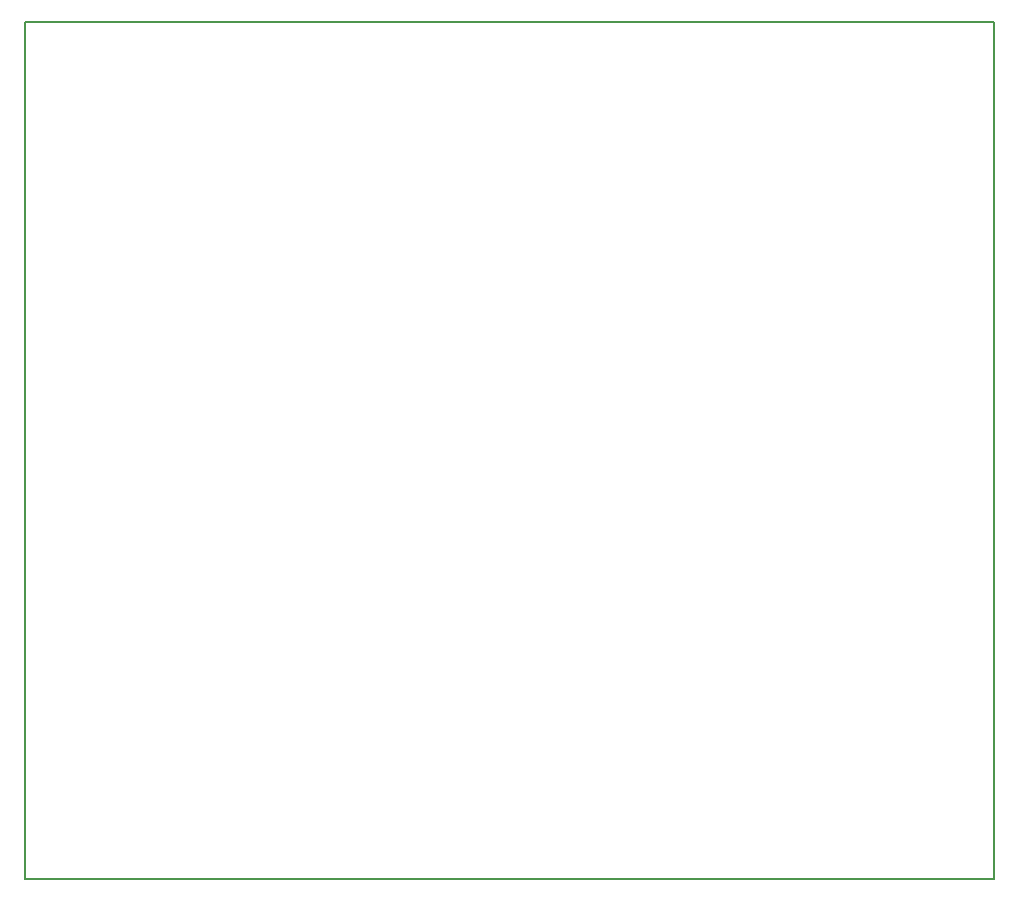
<source format=gbr>
G04 #@! TF.GenerationSoftware,KiCad,Pcbnew,7.0.5-0*
G04 #@! TF.CreationDate,2023-07-23T12:14:28-07:00*
G04 #@! TF.ProjectId,switched-bandpass-filter,73776974-6368-4656-942d-62616e647061,v1.0*
G04 #@! TF.SameCoordinates,Original*
G04 #@! TF.FileFunction,Profile,NP*
%FSLAX46Y46*%
G04 Gerber Fmt 4.6, Leading zero omitted, Abs format (unit mm)*
G04 Created by KiCad (PCBNEW 7.0.5-0) date 2023-07-23 12:14:28*
%MOMM*%
%LPD*%
G01*
G04 APERTURE LIST*
G04 #@! TA.AperFunction,Profile*
%ADD10C,0.150000*%
G04 #@! TD*
G04 APERTURE END LIST*
D10*
X88000000Y-60579000D02*
X170053000Y-60579000D01*
X170053000Y-133135000D01*
X88000000Y-133135000D01*
X88000000Y-60579000D01*
M02*

</source>
